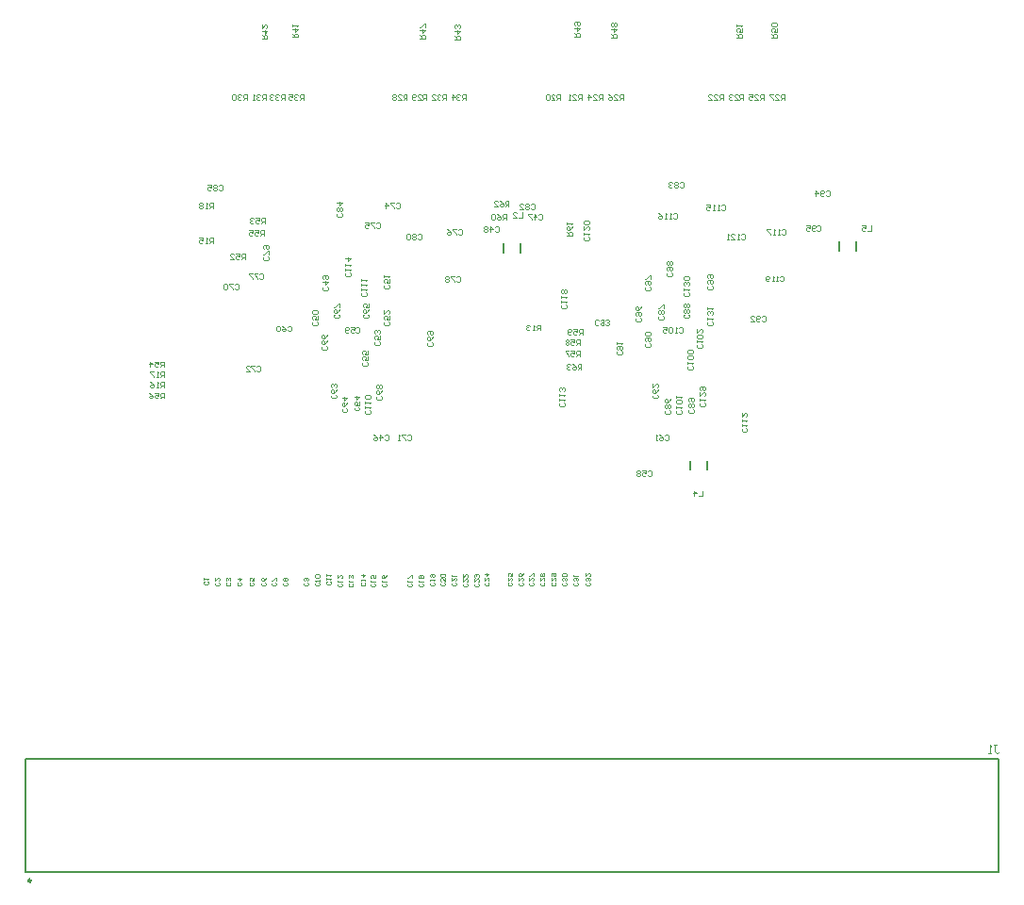
<source format=gbo>
%FSLAX25Y25*%
%MOIN*%
G70*
G01*
G75*
G04 Layer_Color=32896*
%ADD10C,0.00800*%
%ADD11R,0.10236X0.04331*%
%ADD12R,0.04331X0.10236*%
%ADD13R,0.06693X0.04528*%
%ADD14R,0.07087X0.07087*%
G04:AMPARAMS|DCode=15|XSize=19.69mil|YSize=23.62mil|CornerRadius=4.92mil|HoleSize=0mil|Usage=FLASHONLY|Rotation=90.000|XOffset=0mil|YOffset=0mil|HoleType=Round|Shape=RoundedRectangle|*
%AMROUNDEDRECTD15*
21,1,0.01969,0.01378,0,0,90.0*
21,1,0.00984,0.02362,0,0,90.0*
1,1,0.00984,0.00689,0.00492*
1,1,0.00984,0.00689,-0.00492*
1,1,0.00984,-0.00689,-0.00492*
1,1,0.00984,-0.00689,0.00492*
%
%ADD15ROUNDEDRECTD15*%
%ADD16R,0.04528X0.06693*%
%ADD17C,0.03937*%
%ADD18R,0.02362X0.02362*%
%ADD19C,0.01772*%
%ADD20R,0.47441X0.07874*%
%ADD21R,0.02362X0.02362*%
%ADD22R,0.02362X0.07087*%
G04:AMPARAMS|DCode=23|XSize=19.69mil|YSize=23.62mil|CornerRadius=4.92mil|HoleSize=0mil|Usage=FLASHONLY|Rotation=180.000|XOffset=0mil|YOffset=0mil|HoleType=Round|Shape=RoundedRectangle|*
%AMROUNDEDRECTD23*
21,1,0.01969,0.01378,0,0,180.0*
21,1,0.00984,0.02362,0,0,180.0*
1,1,0.00984,-0.00492,0.00689*
1,1,0.00984,0.00492,0.00689*
1,1,0.00984,0.00492,-0.00689*
1,1,0.00984,-0.00492,-0.00689*
%
%ADD23ROUNDEDRECTD23*%
%ADD24R,0.03740X0.01378*%
%ADD25R,0.01378X0.03740*%
%ADD26R,0.12992X0.12992*%
%ADD27R,0.04528X0.07087*%
%ADD28R,0.01969X0.07874*%
%ADD29R,0.14488X0.05000*%
%ADD30R,0.05512X0.03937*%
%ADD31R,0.03937X0.05512*%
%ADD32R,0.12992X0.12992*%
%ADD33R,0.05512X0.04331*%
%ADD34R,0.04331X0.05512*%
%ADD35C,0.00500*%
%ADD36C,0.01000*%
%ADD37C,0.01969*%
%ADD38C,0.01500*%
%ADD39C,0.01200*%
%ADD40C,0.00600*%
%ADD41C,0.02000*%
%ADD42C,0.03740*%
%ADD43R,0.07874X0.07874*%
%ADD44C,0.31496*%
%ADD45C,0.06496*%
%ADD46C,0.05800*%
%ADD47C,0.01940*%
%ADD48C,0.05000*%
%ADD49C,0.02598*%
%ADD50C,0.04000*%
%ADD51C,0.05740*%
%ADD52C,0.06134*%
%ADD53C,0.17000*%
%ADD54C,0.06600*%
%ADD55C,0.08102*%
%ADD56C,0.08000*%
%ADD57C,0.03969*%
%ADD58C,0.03000*%
%ADD59C,0.04800*%
%ADD60C,0.00394*%
%ADD61C,0.00400*%
%ADD62C,0.03299*%
%ADD63C,0.05000*%
%ADD64R,0.01600X0.08500*%
%ADD65R,0.71000X0.02000*%
%ADD66C,0.00984*%
%ADD67C,0.02362*%
%ADD68C,0.00787*%
%ADD69C,0.00591*%
%ADD70R,0.09095X0.09095*%
%ADD71R,0.09095X0.09095*%
%ADD72R,0.10436X0.04531*%
%ADD73R,0.04531X0.10436*%
%ADD74R,0.06893X0.04728*%
%ADD75R,0.07287X0.07287*%
G04:AMPARAMS|DCode=76|XSize=21.69mil|YSize=25.62mil|CornerRadius=5.42mil|HoleSize=0mil|Usage=FLASHONLY|Rotation=90.000|XOffset=0mil|YOffset=0mil|HoleType=Round|Shape=RoundedRectangle|*
%AMROUNDEDRECTD76*
21,1,0.02169,0.01478,0,0,90.0*
21,1,0.01084,0.02562,0,0,90.0*
1,1,0.01084,0.00739,0.00542*
1,1,0.01084,0.00739,-0.00542*
1,1,0.01084,-0.00739,-0.00542*
1,1,0.01084,-0.00739,0.00542*
%
%ADD76ROUNDEDRECTD76*%
%ADD77R,0.04728X0.06893*%
%ADD78C,0.07874*%
%ADD79R,0.02562X0.02562*%
%ADD80C,0.01972*%
%ADD81R,0.47241X0.07674*%
%ADD82R,0.02562X0.02562*%
%ADD83R,0.02562X0.07287*%
G04:AMPARAMS|DCode=84|XSize=21.69mil|YSize=25.62mil|CornerRadius=5.42mil|HoleSize=0mil|Usage=FLASHONLY|Rotation=180.000|XOffset=0mil|YOffset=0mil|HoleType=Round|Shape=RoundedRectangle|*
%AMROUNDEDRECTD84*
21,1,0.02169,0.01478,0,0,180.0*
21,1,0.01084,0.02562,0,0,180.0*
1,1,0.01084,-0.00542,0.00739*
1,1,0.01084,0.00542,0.00739*
1,1,0.01084,0.00542,-0.00739*
1,1,0.01084,-0.00542,-0.00739*
%
%ADD84ROUNDEDRECTD84*%
%ADD85R,0.03940X0.01578*%
%ADD86R,0.01578X0.03940*%
%ADD87R,0.13192X0.13192*%
%ADD88R,0.04728X0.07287*%
%ADD89R,0.02169X0.08074*%
%ADD90R,0.14688X0.05200*%
%ADD91R,0.05712X0.04137*%
%ADD92R,0.04137X0.05712*%
%ADD93R,0.13192X0.13192*%
%ADD94R,0.05712X0.04531*%
%ADD95R,0.04531X0.05712*%
%ADD96C,0.31696*%
%ADD97C,0.00200*%
%ADD98C,0.06696*%
%ADD99C,0.06000*%
%ADD100C,0.04137*%
%ADD101R,0.01800X0.08700*%
%ADD102R,0.71200X0.02200*%
D60*
X201575Y193701D02*
Y195669D01*
X200591D01*
X200263Y195341D01*
Y194685D01*
X200591Y194357D01*
X201575D01*
X200919D02*
X200263Y193701D01*
X198295Y195669D02*
X198951Y195341D01*
X199607Y194685D01*
Y194029D01*
X199279Y193701D01*
X198623D01*
X198295Y194029D01*
Y194357D01*
X198623Y194685D01*
X199607D01*
X197639Y195341D02*
X197311Y195669D01*
X196655D01*
X196327Y195341D01*
Y195013D01*
X196655Y194685D01*
X196983D01*
X196655D01*
X196327Y194357D01*
Y194029D01*
X196655Y193701D01*
X197311D01*
X197639Y194029D01*
X175916Y251413D02*
Y253380D01*
X174932D01*
X174604Y253052D01*
Y252396D01*
X174932Y252068D01*
X175916D01*
X175260D02*
X174604Y251413D01*
X172636Y253380D02*
X173292Y253052D01*
X173948Y252396D01*
Y251741D01*
X173620Y251413D01*
X172964D01*
X172636Y251741D01*
Y252068D01*
X172964Y252396D01*
X173948D01*
X170668Y251413D02*
X171980D01*
X170668Y252725D01*
Y253052D01*
X170996Y253380D01*
X171652D01*
X171980Y253052D01*
X196457Y240945D02*
X198424D01*
Y241929D01*
X198097Y242257D01*
X197441D01*
X197113Y241929D01*
Y240945D01*
Y241601D02*
X196457Y242257D01*
X198424Y244225D02*
X198097Y243569D01*
X197441Y242913D01*
X196785D01*
X196457Y243241D01*
Y243897D01*
X196785Y244225D01*
X197113D01*
X197441Y243897D01*
Y242913D01*
X196457Y244881D02*
Y245536D01*
Y245209D01*
X198424D01*
X198097Y244881D01*
X175128Y246688D02*
Y248656D01*
X174144D01*
X173816Y248328D01*
Y247672D01*
X174144Y247344D01*
X175128D01*
X174472D02*
X173816Y246688D01*
X171849Y248656D02*
X172504Y248328D01*
X173161Y247672D01*
Y247016D01*
X172833Y246688D01*
X172177D01*
X171849Y247016D01*
Y247344D01*
X172177Y247672D01*
X173161D01*
X171193Y248328D02*
X170865Y248656D01*
X170209D01*
X169881Y248328D01*
Y247016D01*
X170209Y246688D01*
X170865D01*
X171193Y247016D01*
Y248328D01*
X201969Y205906D02*
Y207873D01*
X200985D01*
X200657Y207545D01*
Y206889D01*
X200985Y206561D01*
X201969D01*
X201313D02*
X200657Y205906D01*
X198689Y207873D02*
X200001D01*
Y206889D01*
X199345Y207217D01*
X199017D01*
X198689Y206889D01*
Y206234D01*
X199017Y205906D01*
X199673D01*
X200001Y206234D01*
X198033D02*
X197705Y205906D01*
X197049D01*
X196721Y206234D01*
Y207545D01*
X197049Y207873D01*
X197705D01*
X198033Y207545D01*
Y207217D01*
X197705Y206889D01*
X196721D01*
X201181Y202362D02*
Y204330D01*
X200197D01*
X199869Y204002D01*
Y203346D01*
X200197Y203018D01*
X201181D01*
X200525D02*
X199869Y202362D01*
X197901Y204330D02*
X199213D01*
Y203346D01*
X198557Y203674D01*
X198229D01*
X197901Y203346D01*
Y202690D01*
X198229Y202362D01*
X198885D01*
X199213Y202690D01*
X197245Y204002D02*
X196917Y204330D01*
X196261D01*
X195933Y204002D01*
Y203674D01*
X196261Y203346D01*
X195933Y203018D01*
Y202690D01*
X196261Y202362D01*
X196917D01*
X197245Y202690D01*
Y203018D01*
X196917Y203346D01*
X197245Y203674D01*
Y204002D01*
X196917Y203346D02*
X196261D01*
X201181Y198425D02*
Y200393D01*
X200197D01*
X199869Y200065D01*
Y199409D01*
X200197Y199081D01*
X201181D01*
X200525D02*
X199869Y198425D01*
X197901Y200393D02*
X199213D01*
Y199409D01*
X198557Y199737D01*
X198229D01*
X197901Y199409D01*
Y198753D01*
X198229Y198425D01*
X198885D01*
X199213Y198753D01*
X197245Y200393D02*
X195933D01*
Y200065D01*
X197245Y198753D01*
Y198425D01*
X53937Y183465D02*
Y185432D01*
X52953D01*
X52625Y185105D01*
Y184449D01*
X52953Y184121D01*
X53937D01*
X53281D02*
X52625Y183465D01*
X50657Y185432D02*
X51969D01*
Y184449D01*
X51313Y184776D01*
X50985D01*
X50657Y184449D01*
Y183793D01*
X50985Y183465D01*
X51641D01*
X51969Y183793D01*
X48689Y185432D02*
X49345Y185105D01*
X50001Y184449D01*
Y183793D01*
X49673Y183465D01*
X49017D01*
X48689Y183793D01*
Y184121D01*
X49017Y184449D01*
X50001D01*
X89370Y240945D02*
Y242913D01*
X88386D01*
X88058Y242585D01*
Y241929D01*
X88386Y241601D01*
X89370D01*
X88714D02*
X88058Y240945D01*
X86090Y242913D02*
X87402D01*
Y241929D01*
X86746Y242257D01*
X86418D01*
X86090Y241929D01*
Y241273D01*
X86418Y240945D01*
X87074D01*
X87402Y241273D01*
X84123Y242913D02*
X85434D01*
Y241929D01*
X84778Y242257D01*
X84450D01*
X84123Y241929D01*
Y241273D01*
X84450Y240945D01*
X85106D01*
X85434Y241273D01*
X53937Y194488D02*
Y196456D01*
X52953D01*
X52625Y196128D01*
Y195472D01*
X52953Y195144D01*
X53937D01*
X53281D02*
X52625Y194488D01*
X50657Y196456D02*
X51969D01*
Y195472D01*
X51313Y195800D01*
X50985D01*
X50657Y195472D01*
Y194816D01*
X50985Y194488D01*
X51641D01*
X51969Y194816D01*
X49017Y194488D02*
Y196456D01*
X50001Y195472D01*
X48689D01*
X89764Y245276D02*
Y247243D01*
X88780D01*
X88452Y246916D01*
Y246259D01*
X88780Y245932D01*
X89764D01*
X89108D02*
X88452Y245276D01*
X86484Y247243D02*
X87796D01*
Y246259D01*
X87140Y246587D01*
X86812D01*
X86484Y246259D01*
Y245604D01*
X86812Y245276D01*
X87468D01*
X87796Y245604D01*
X85828Y246916D02*
X85500Y247243D01*
X84844D01*
X84516Y246916D01*
Y246587D01*
X84844Y246259D01*
X85172D01*
X84844D01*
X84516Y245932D01*
Y245604D01*
X84844Y245276D01*
X85500D01*
X85828Y245604D01*
X82677Y232677D02*
Y234645D01*
X81693D01*
X81365Y234317D01*
Y233661D01*
X81693Y233333D01*
X82677D01*
X82021D02*
X81365Y232677D01*
X79397Y234645D02*
X80709D01*
Y233661D01*
X80053Y233989D01*
X79725D01*
X79397Y233661D01*
Y233005D01*
X79725Y232677D01*
X80381D01*
X80709Y233005D01*
X77429Y232677D02*
X78741D01*
X77429Y233989D01*
Y234317D01*
X77758Y234645D01*
X78413D01*
X78741Y234317D01*
X53937Y190945D02*
Y192913D01*
X52953D01*
X52625Y192585D01*
Y191929D01*
X52953Y191601D01*
X53937D01*
X53281D02*
X52625Y190945D01*
X51969D02*
X51313D01*
X51641D01*
Y192913D01*
X51969Y192585D01*
X50329Y192913D02*
X49017D01*
Y192585D01*
X50329Y191273D01*
Y190945D01*
X53937Y187402D02*
Y189369D01*
X52953D01*
X52625Y189041D01*
Y188385D01*
X52953Y188057D01*
X53937D01*
X53281D02*
X52625Y187402D01*
X51969D02*
X51313D01*
X51641D01*
Y189369D01*
X51969Y189041D01*
X49017Y189369D02*
X49673Y189041D01*
X50329Y188385D01*
Y187730D01*
X50001Y187402D01*
X49345D01*
X49017Y187730D01*
Y188057D01*
X49345Y188385D01*
X50329D01*
X247703Y210761D02*
X248031Y210433D01*
Y209777D01*
X247703Y209449D01*
X246391D01*
X246063Y209777D01*
Y210433D01*
X246391Y210761D01*
X246063Y211417D02*
Y212073D01*
Y211745D01*
X248031D01*
X247703Y211417D01*
Y213057D02*
X248031Y213385D01*
Y214040D01*
X247703Y214369D01*
X247375D01*
X247047Y214040D01*
Y213713D01*
Y214040D01*
X246719Y214369D01*
X246391D01*
X246063Y214040D01*
Y213385D01*
X246391Y213057D01*
X246063Y215024D02*
Y215680D01*
Y215352D01*
X248031D01*
X247703Y215024D01*
X239435Y220997D02*
X239763Y220669D01*
Y220013D01*
X239435Y219685D01*
X238123D01*
X237795Y220013D01*
Y220669D01*
X238123Y220997D01*
X237795Y221653D02*
Y222309D01*
Y221981D01*
X239763D01*
X239435Y221653D01*
Y223293D02*
X239763Y223621D01*
Y224277D01*
X239435Y224605D01*
X239107D01*
X238779Y224277D01*
Y223949D01*
Y224277D01*
X238451Y224605D01*
X238123D01*
X237795Y224277D01*
Y223621D01*
X238123Y223293D01*
X239435Y225261D02*
X239763Y225589D01*
Y226245D01*
X239435Y226573D01*
X238123D01*
X237795Y226245D01*
Y225589D01*
X238123Y225261D01*
X239435D01*
X244947Y182021D02*
X245275Y181693D01*
Y181037D01*
X244947Y180709D01*
X243635D01*
X243307Y181037D01*
Y181693D01*
X243635Y182021D01*
X243307Y182676D02*
Y183333D01*
Y183004D01*
X245275D01*
X244947Y182676D01*
X243307Y185628D02*
Y184316D01*
X244619Y185628D01*
X244947D01*
X245275Y185300D01*
Y184644D01*
X244947Y184316D01*
X243635Y186284D02*
X243307Y186612D01*
Y187268D01*
X243635Y187596D01*
X244947D01*
X245275Y187268D01*
Y186612D01*
X244947Y186284D01*
X244619D01*
X244291Y186612D01*
Y187596D01*
X119750Y228084D02*
X120078Y227756D01*
Y227100D01*
X119750Y226772D01*
X118438D01*
X118110Y227100D01*
Y227756D01*
X118438Y228084D01*
X118110Y228740D02*
Y229396D01*
Y229067D01*
X120078D01*
X119750Y228740D01*
X118110Y230379D02*
Y231035D01*
Y230707D01*
X120078D01*
X119750Y230379D01*
X118110Y233003D02*
X120078D01*
X119094Y232019D01*
Y233331D01*
X125262Y220997D02*
X125590Y220669D01*
Y220013D01*
X125262Y219685D01*
X123950D01*
X123622Y220013D01*
Y220669D01*
X123950Y220997D01*
X123622Y221653D02*
Y222309D01*
Y221981D01*
X125590D01*
X125262Y221653D01*
X123622Y223293D02*
Y223949D01*
Y223621D01*
X125590D01*
X125262Y223293D01*
X123622Y224933D02*
Y225589D01*
Y225261D01*
X125590D01*
X125262Y224933D01*
X126837Y179265D02*
X127165Y178937D01*
Y178281D01*
X126837Y177953D01*
X125525D01*
X125197Y178281D01*
Y178937D01*
X125525Y179265D01*
X125197Y179921D02*
Y180577D01*
Y180249D01*
X127165D01*
X126837Y179921D01*
X125197Y181561D02*
Y182217D01*
Y181888D01*
X127165D01*
X126837Y181561D01*
Y183200D02*
X127165Y183528D01*
Y184184D01*
X126837Y184512D01*
X125525D01*
X125197Y184184D01*
Y183528D01*
X125525Y183200D01*
X126837D01*
X236679Y179265D02*
X237007Y178937D01*
Y178281D01*
X236679Y177953D01*
X235367D01*
X235039Y178281D01*
Y178937D01*
X235367Y179265D01*
X235039Y179921D02*
Y180577D01*
Y180249D01*
X237007D01*
X236679Y179921D01*
Y181561D02*
X237007Y181888D01*
Y182544D01*
X236679Y182872D01*
X235367D01*
X235039Y182544D01*
Y181888D01*
X235367Y181561D01*
X236679D01*
X235039Y183528D02*
Y184184D01*
Y183856D01*
X237007D01*
X236679Y183528D01*
X303937Y244488D02*
Y242520D01*
X302625D01*
X300657Y244488D02*
X301969D01*
Y243504D01*
X301313Y243832D01*
X300985D01*
X300657Y243504D01*
Y242848D01*
X300985Y242520D01*
X301641D01*
X301969Y242848D01*
X244488Y150787D02*
Y148819D01*
X243176D01*
X241536D02*
Y150787D01*
X242520Y149803D01*
X241208D01*
X180675Y249204D02*
Y247236D01*
X179363D01*
X177395D02*
X178707D01*
X177395Y248548D01*
Y248876D01*
X177723Y249204D01*
X178379D01*
X178707Y248876D01*
X258126Y241268D02*
X258454Y241596D01*
X259110D01*
X259438Y241268D01*
Y239956D01*
X259110Y239628D01*
X258454D01*
X258126Y239956D01*
X257470Y239628D02*
X256814D01*
X257142D01*
Y241596D01*
X257470Y241268D01*
X254519Y239628D02*
X255831D01*
X254519Y240940D01*
Y241268D01*
X254847Y241596D01*
X255503D01*
X255831Y241268D01*
X253863Y239628D02*
X253207D01*
X253535D01*
Y241596D01*
X253863Y241268D01*
X204002Y240682D02*
X204330Y240354D01*
Y239698D01*
X204002Y239370D01*
X202690D01*
X202362Y239698D01*
Y240354D01*
X202690Y240682D01*
X202362Y241338D02*
Y241994D01*
Y241666D01*
X204330D01*
X204002Y241338D01*
X202362Y244290D02*
Y242978D01*
X203674Y244290D01*
X204002D01*
X204330Y243962D01*
Y243306D01*
X204002Y242978D01*
Y244946D02*
X204330Y245274D01*
Y245930D01*
X204002Y246258D01*
X202690D01*
X202362Y245930D01*
Y245274D01*
X202690Y244946D01*
X204002D01*
X204472Y118380D02*
X204736Y118116D01*
Y117587D01*
X204472Y117323D01*
X203414D01*
X203150Y117587D01*
Y118116D01*
X203414Y118380D01*
X204472Y118909D02*
X204736Y119174D01*
Y119703D01*
X204472Y119967D01*
X204207D01*
X203943Y119703D01*
Y119438D01*
Y119703D01*
X203678Y119967D01*
X203414D01*
X203150Y119703D01*
Y119174D01*
X203414Y118909D01*
X203150Y121554D02*
Y120496D01*
X204207Y121554D01*
X204472D01*
X204736Y121289D01*
Y120760D01*
X204472Y120496D01*
X200141Y118380D02*
X200405Y118116D01*
Y117587D01*
X200141Y117323D01*
X199083D01*
X198819Y117587D01*
Y118116D01*
X199083Y118380D01*
X200141Y118909D02*
X200405Y119174D01*
Y119703D01*
X200141Y119967D01*
X199877D01*
X199612Y119703D01*
Y119438D01*
Y119703D01*
X199348Y119967D01*
X199083D01*
X198819Y119703D01*
Y119174D01*
X199083Y118909D01*
X198819Y120496D02*
Y121025D01*
Y120760D01*
X200405D01*
X200141Y120496D01*
X236090Y208333D02*
X236418Y208661D01*
X237074D01*
X237402Y208333D01*
Y207021D01*
X237074Y206693D01*
X236418D01*
X236090Y207021D01*
X235434Y206693D02*
X234778D01*
X235106D01*
Y208661D01*
X235434Y208333D01*
X233794D02*
X233466Y208661D01*
X232810D01*
X232482Y208333D01*
Y207021D01*
X232810Y206693D01*
X233466D01*
X233794Y207021D01*
Y208333D01*
X230514Y208661D02*
X231826D01*
Y207677D01*
X231170Y208005D01*
X230842D01*
X230514Y207677D01*
Y207021D01*
X230842Y206693D01*
X231498D01*
X231826Y207021D01*
X244160Y202493D02*
X244488Y202165D01*
Y201509D01*
X244160Y201181D01*
X242848D01*
X242520Y201509D01*
Y202165D01*
X242848Y202493D01*
X242520Y203149D02*
Y203805D01*
Y203477D01*
X244488D01*
X244160Y203149D01*
Y204789D02*
X244488Y205117D01*
Y205773D01*
X244160Y206101D01*
X242848D01*
X242520Y205773D01*
Y205117D01*
X242848Y204789D01*
X244160D01*
X242520Y208069D02*
Y206757D01*
X243832Y208069D01*
X244160D01*
X244488Y207741D01*
Y207085D01*
X244160Y206757D01*
X240616Y195013D02*
X240944Y194685D01*
Y194029D01*
X240616Y193701D01*
X239304D01*
X238976Y194029D01*
Y194685D01*
X239304Y195013D01*
X238976Y195669D02*
Y196325D01*
Y195997D01*
X240944D01*
X240616Y195669D01*
Y197309D02*
X240944Y197636D01*
Y198293D01*
X240616Y198620D01*
X239304D01*
X238976Y198293D01*
Y197636D01*
X239304Y197309D01*
X240616D01*
Y199276D02*
X240944Y199604D01*
Y200260D01*
X240616Y200588D01*
X239304D01*
X238976Y200260D01*
Y199604D01*
X239304Y199276D01*
X240616D01*
X247703Y223359D02*
X248031Y223031D01*
Y222375D01*
X247703Y222047D01*
X246391D01*
X246063Y222375D01*
Y223031D01*
X246391Y223359D01*
Y224015D02*
X246063Y224343D01*
Y224999D01*
X246391Y225327D01*
X247703D01*
X248031Y224999D01*
Y224343D01*
X247703Y224015D01*
X247375D01*
X247047Y224343D01*
Y225327D01*
X246391Y225983D02*
X246063Y226311D01*
Y226967D01*
X246391Y227295D01*
X247703D01*
X248031Y226967D01*
Y226311D01*
X247703Y225983D01*
X247375D01*
X247047Y226311D01*
Y227295D01*
X233530Y228084D02*
X233858Y227756D01*
Y227100D01*
X233530Y226772D01*
X232218D01*
X231890Y227100D01*
Y227756D01*
X232218Y228084D01*
Y228740D02*
X231890Y229067D01*
Y229723D01*
X232218Y230051D01*
X233530D01*
X233858Y229723D01*
Y229067D01*
X233530Y228740D01*
X233202D01*
X232874Y229067D01*
Y230051D01*
X233530Y230707D02*
X233858Y231035D01*
Y231691D01*
X233530Y232019D01*
X233202D01*
X232874Y231691D01*
X232546Y232019D01*
X232218D01*
X231890Y231691D01*
Y231035D01*
X232218Y230707D01*
X232546D01*
X232874Y231035D01*
X233202Y230707D01*
X233530D01*
X232874Y231035D02*
Y231691D01*
X225656Y222966D02*
X225984Y222638D01*
Y221982D01*
X225656Y221654D01*
X224344D01*
X224016Y221982D01*
Y222638D01*
X224344Y222966D01*
Y223621D02*
X224016Y223949D01*
Y224605D01*
X224344Y224933D01*
X225656D01*
X225984Y224605D01*
Y223949D01*
X225656Y223621D01*
X225328D01*
X225000Y223949D01*
Y224933D01*
X225984Y225589D02*
Y226901D01*
X225656D01*
X224344Y225589D01*
X224016D01*
X222506Y211942D02*
X222834Y211614D01*
Y210958D01*
X222506Y210630D01*
X221194D01*
X220866Y210958D01*
Y211614D01*
X221194Y211942D01*
Y212598D02*
X220866Y212926D01*
Y213582D01*
X221194Y213910D01*
X222506D01*
X222834Y213582D01*
Y212926D01*
X222506Y212598D01*
X222178D01*
X221850Y212926D01*
Y213910D01*
X222834Y215878D02*
X222506Y215222D01*
X221850Y214566D01*
X221194D01*
X220866Y214894D01*
Y215550D01*
X221194Y215878D01*
X221522D01*
X221850Y215550D01*
Y214566D01*
X284909Y244160D02*
X285237Y244488D01*
X285893D01*
X286221Y244160D01*
Y242848D01*
X285893Y242520D01*
X285237D01*
X284909Y242848D01*
X284253D02*
X283925Y242520D01*
X283269D01*
X282941Y242848D01*
Y244160D01*
X283269Y244488D01*
X283925D01*
X284253Y244160D01*
Y243832D01*
X283925Y243504D01*
X282941D01*
X280973Y244488D02*
X282285D01*
Y243504D01*
X281629Y243832D01*
X281301D01*
X280973Y243504D01*
Y242848D01*
X281301Y242520D01*
X281957D01*
X282285Y242848D01*
X288058Y256758D02*
X288386Y257086D01*
X289042D01*
X289370Y256758D01*
Y255446D01*
X289042Y255118D01*
X288386D01*
X288058Y255446D01*
X287402D02*
X287074Y255118D01*
X286418D01*
X286090Y255446D01*
Y256758D01*
X286418Y257086D01*
X287074D01*
X287402Y256758D01*
Y256430D01*
X287074Y256102D01*
X286090D01*
X284450Y255118D02*
Y257086D01*
X285434Y256102D01*
X284122D01*
X207611Y209777D02*
X207283Y209450D01*
X206627D01*
X206299Y209777D01*
Y211089D01*
X206627Y211417D01*
X207283D01*
X207611Y211089D01*
X208267D02*
X208595Y211417D01*
X209251D01*
X209579Y211089D01*
Y209777D01*
X209251Y209450D01*
X208595D01*
X208267Y209777D01*
Y210105D01*
X208595Y210433D01*
X209579D01*
X210235Y209777D02*
X210563Y209450D01*
X211219D01*
X211547Y209777D01*
Y210105D01*
X211219Y210433D01*
X210891D01*
X211219D01*
X211547Y210761D01*
Y211089D01*
X211219Y211417D01*
X210563D01*
X210235Y211089D01*
X265301Y212211D02*
X265629Y212539D01*
X266285D01*
X266613Y212211D01*
Y210899D01*
X266285Y210571D01*
X265629D01*
X265301Y210899D01*
X264645D02*
X264317Y210571D01*
X263661D01*
X263333Y210899D01*
Y212211D01*
X263661Y212539D01*
X264317D01*
X264645Y212211D01*
Y211883D01*
X264317Y211555D01*
X263333D01*
X261365Y210571D02*
X262677D01*
X261365Y211883D01*
Y212211D01*
X261693Y212539D01*
X262349D01*
X262677Y212211D01*
X215813Y200131D02*
X216141Y199803D01*
Y199147D01*
X215813Y198819D01*
X214501D01*
X214173Y199147D01*
Y199803D01*
X214501Y200131D01*
Y200787D02*
X214173Y201115D01*
Y201771D01*
X214501Y202099D01*
X215813D01*
X216141Y201771D01*
Y201115D01*
X215813Y200787D01*
X215485D01*
X215157Y201115D01*
Y202099D01*
X214173Y202755D02*
Y203411D01*
Y203083D01*
X216141D01*
X215813Y202755D01*
X225656Y202887D02*
X225984Y202559D01*
Y201903D01*
X225656Y201575D01*
X224344D01*
X224016Y201903D01*
Y202559D01*
X224344Y202887D01*
Y203543D02*
X224016Y203871D01*
Y204527D01*
X224344Y204855D01*
X225656D01*
X225984Y204527D01*
Y203871D01*
X225656Y203543D01*
X225328D01*
X225000Y203871D01*
Y204855D01*
X225656Y205510D02*
X225984Y205838D01*
Y206494D01*
X225656Y206822D01*
X224344D01*
X224016Y206494D01*
Y205838D01*
X224344Y205510D01*
X225656D01*
X241010Y179658D02*
X241338Y179330D01*
Y178674D01*
X241010Y178347D01*
X239698D01*
X239370Y178674D01*
Y179330D01*
X239698Y179658D01*
X241010Y180314D02*
X241338Y180642D01*
Y181298D01*
X241010Y181626D01*
X240682D01*
X240354Y181298D01*
X240026Y181626D01*
X239698D01*
X239370Y181298D01*
Y180642D01*
X239698Y180314D01*
X240026D01*
X240354Y180642D01*
X240682Y180314D01*
X241010D01*
X240354Y180642D02*
Y181298D01*
X239698Y182282D02*
X239370Y182610D01*
Y183266D01*
X239698Y183594D01*
X241010D01*
X241338Y183266D01*
Y182610D01*
X241010Y182282D01*
X240682D01*
X240354Y182610D01*
Y183594D01*
X239435Y213123D02*
X239763Y212795D01*
Y212139D01*
X239435Y211811D01*
X238123D01*
X237795Y212139D01*
Y212795D01*
X238123Y213123D01*
X239435Y213779D02*
X239763Y214107D01*
Y214763D01*
X239435Y215091D01*
X239107D01*
X238779Y214763D01*
X238451Y215091D01*
X238123D01*
X237795Y214763D01*
Y214107D01*
X238123Y213779D01*
X238451D01*
X238779Y214107D01*
X239107Y213779D01*
X239435D01*
X238779Y214107D02*
Y214763D01*
X239435Y215747D02*
X239763Y216075D01*
Y216731D01*
X239435Y217059D01*
X239107D01*
X238779Y216731D01*
X238451Y217059D01*
X238123D01*
X237795Y216731D01*
Y216075D01*
X238123Y215747D01*
X238451D01*
X238779Y216075D01*
X239107Y215747D01*
X239435D01*
X238779Y216075D02*
Y216731D01*
X230380Y212729D02*
X230708Y212401D01*
Y211745D01*
X230380Y211417D01*
X229068D01*
X228740Y211745D01*
Y212401D01*
X229068Y212729D01*
X230380Y213385D02*
X230708Y213713D01*
Y214369D01*
X230380Y214697D01*
X230052D01*
X229724Y214369D01*
X229396Y214697D01*
X229068D01*
X228740Y214369D01*
Y213713D01*
X229068Y213385D01*
X229396D01*
X229724Y213713D01*
X230052Y213385D01*
X230380D01*
X229724Y213713D02*
Y214369D01*
X230708Y215353D02*
Y216665D01*
X230380D01*
X229068Y215353D01*
X228740D01*
X232742Y179265D02*
X233070Y178937D01*
Y178281D01*
X232742Y177953D01*
X231430D01*
X231102Y178281D01*
Y178937D01*
X231430Y179265D01*
X232742Y179921D02*
X233070Y180249D01*
Y180904D01*
X232742Y181233D01*
X232414D01*
X232086Y180904D01*
X231758Y181233D01*
X231430D01*
X231102Y180904D01*
Y180249D01*
X231430Y179921D01*
X231758D01*
X232086Y180249D01*
X232414Y179921D01*
X232742D01*
X232086Y180249D02*
Y180904D01*
X233070Y183200D02*
X232742Y182544D01*
X232086Y181888D01*
X231430D01*
X231102Y182217D01*
Y182872D01*
X231430Y183200D01*
X231758D01*
X232086Y182872D01*
Y181888D01*
X143614Y241281D02*
X143942Y241609D01*
X144598D01*
X144926Y241281D01*
Y239969D01*
X144598Y239641D01*
X143942D01*
X143614Y239969D01*
X142958Y241281D02*
X142630Y241609D01*
X141974D01*
X141646Y241281D01*
Y240953D01*
X141974Y240625D01*
X141646Y240297D01*
Y239969D01*
X141974Y239641D01*
X142630D01*
X142958Y239969D01*
Y240297D01*
X142630Y240625D01*
X142958Y240953D01*
Y241281D01*
X142630Y240625D02*
X141974D01*
X140990Y241281D02*
X140662Y241609D01*
X140006D01*
X139678Y241281D01*
Y239969D01*
X140006Y239641D01*
X140662D01*
X140990Y239969D01*
Y241281D01*
X90616Y233595D02*
X90944Y233267D01*
Y232611D01*
X90616Y232283D01*
X89304D01*
X88976Y232611D01*
Y233267D01*
X89304Y233595D01*
X90944Y234251D02*
Y235563D01*
X90616D01*
X89304Y234251D01*
X88976D01*
X89304Y236219D02*
X88976Y236547D01*
Y237203D01*
X89304Y237531D01*
X90616D01*
X90944Y237203D01*
Y236547D01*
X90616Y236219D01*
X90288D01*
X89960Y236547D01*
Y237531D01*
X78939Y223688D02*
X79267Y224015D01*
X79923D01*
X80251Y223688D01*
Y222376D01*
X79923Y222048D01*
X79267D01*
X78939Y222376D01*
X78283Y224015D02*
X76971D01*
Y223688D01*
X78283Y222376D01*
Y222048D01*
X76315Y223688D02*
X75987Y224015D01*
X75331D01*
X75003Y223688D01*
Y222376D01*
X75331Y222048D01*
X75987D01*
X76315Y222376D01*
Y223688D01*
X148884Y203280D02*
X149212Y202952D01*
Y202296D01*
X148884Y201969D01*
X147572D01*
X147244Y202296D01*
Y202952D01*
X147572Y203280D01*
X149212Y205248D02*
X148884Y204592D01*
X148228Y203936D01*
X147572D01*
X147244Y204264D01*
Y204920D01*
X147572Y205248D01*
X147900D01*
X148228Y204920D01*
Y203936D01*
X147572Y205904D02*
X147244Y206232D01*
Y206888D01*
X147572Y207216D01*
X148884D01*
X149212Y206888D01*
Y206232D01*
X148884Y205904D01*
X148556D01*
X148228Y206232D01*
Y207216D01*
X130774Y184383D02*
X131102Y184055D01*
Y183399D01*
X130774Y183071D01*
X129462D01*
X129134Y183399D01*
Y184055D01*
X129462Y184383D01*
X131102Y186351D02*
X130774Y185695D01*
X130118Y185039D01*
X129462D01*
X129134Y185367D01*
Y186023D01*
X129462Y186351D01*
X129790D01*
X130118Y186023D01*
Y185039D01*
X130774Y187007D02*
X131102Y187335D01*
Y187990D01*
X130774Y188319D01*
X130446D01*
X130118Y187990D01*
X129790Y188319D01*
X129462D01*
X129134Y187990D01*
Y187335D01*
X129462Y187007D01*
X129790D01*
X130118Y187335D01*
X130446Y187007D01*
X130774D01*
X130118Y187335D02*
Y187990D01*
X115813Y213123D02*
X116141Y212795D01*
Y212139D01*
X115813Y211811D01*
X114501D01*
X114173Y212139D01*
Y212795D01*
X114501Y213123D01*
X116141Y215091D02*
X115813Y214435D01*
X115157Y213779D01*
X114501D01*
X114173Y214107D01*
Y214763D01*
X114501Y215091D01*
X114829D01*
X115157Y214763D01*
Y213779D01*
X116141Y215747D02*
Y217059D01*
X115813D01*
X114501Y215747D01*
X114173D01*
X111482Y202099D02*
X111810Y201771D01*
Y201115D01*
X111482Y200787D01*
X110170D01*
X109843Y201115D01*
Y201771D01*
X110170Y202099D01*
X111810Y204067D02*
X111482Y203411D01*
X110826Y202755D01*
X110170D01*
X109843Y203083D01*
Y203739D01*
X110170Y204067D01*
X110498D01*
X110826Y203739D01*
Y202755D01*
X111810Y206035D02*
X111482Y205379D01*
X110826Y204723D01*
X110170D01*
X109843Y205051D01*
Y205707D01*
X110170Y206035D01*
X110498D01*
X110826Y205707D01*
Y204723D01*
X126049Y213123D02*
X126377Y212795D01*
Y212139D01*
X126049Y211811D01*
X124737D01*
X124409Y212139D01*
Y212795D01*
X124737Y213123D01*
X126377Y215091D02*
X126049Y214435D01*
X125393Y213779D01*
X124737D01*
X124409Y214107D01*
Y214763D01*
X124737Y215091D01*
X125065D01*
X125393Y214763D01*
Y213779D01*
X126377Y217059D02*
Y215747D01*
X125393D01*
X125721Y216403D01*
Y216731D01*
X125393Y217059D01*
X124737D01*
X124409Y216731D01*
Y216075D01*
X124737Y215747D01*
X118569Y180052D02*
X118897Y179724D01*
Y179068D01*
X118569Y178740D01*
X117257D01*
X116929Y179068D01*
Y179724D01*
X117257Y180052D01*
X118897Y182020D02*
X118569Y181364D01*
X117913Y180708D01*
X117257D01*
X116929Y181036D01*
Y181692D01*
X117257Y182020D01*
X117585D01*
X117913Y181692D01*
Y180708D01*
X116929Y183660D02*
X118897D01*
X117913Y182676D01*
Y183988D01*
X114632Y184776D02*
X114960Y184449D01*
Y183793D01*
X114632Y183465D01*
X113320D01*
X112992Y183793D01*
Y184449D01*
X113320Y184776D01*
X114960Y186744D02*
X114632Y186088D01*
X113976Y185432D01*
X113320D01*
X112992Y185760D01*
Y186416D01*
X113320Y186744D01*
X113648D01*
X113976Y186416D01*
Y185432D01*
X114632Y187400D02*
X114960Y187728D01*
Y188384D01*
X114632Y188712D01*
X114304D01*
X113976Y188384D01*
Y188056D01*
Y188384D01*
X113648Y188712D01*
X113320D01*
X112992Y188384D01*
Y187728D01*
X113320Y187400D01*
X228412Y184776D02*
X228740Y184449D01*
Y183793D01*
X228412Y183465D01*
X227100D01*
X226772Y183793D01*
Y184449D01*
X227100Y184776D01*
X228740Y186744D02*
X228412Y186088D01*
X227756Y185432D01*
X227100D01*
X226772Y185760D01*
Y186416D01*
X227100Y186744D01*
X227428D01*
X227756Y186416D01*
Y185432D01*
X226772Y188712D02*
Y187400D01*
X228084Y188712D01*
X228412D01*
X228740Y188384D01*
Y187728D01*
X228412Y187400D01*
X231202Y170374D02*
X231530Y170702D01*
X232186D01*
X232514Y170374D01*
Y169062D01*
X232186Y168734D01*
X231530D01*
X231202Y169062D01*
X229234Y170702D02*
X229890Y170374D01*
X230546Y169718D01*
Y169062D01*
X230218Y168734D01*
X229562D01*
X229234Y169062D01*
Y169390D01*
X229562Y169718D01*
X230546D01*
X228578Y168734D02*
X227922D01*
X228250D01*
Y170702D01*
X228578Y170374D01*
X97628Y208775D02*
X97956Y209103D01*
X98612D01*
X98940Y208775D01*
Y207463D01*
X98612Y207135D01*
X97956D01*
X97628Y207463D01*
X95660Y209103D02*
X96316Y208775D01*
X96972Y208119D01*
Y207463D01*
X96644Y207135D01*
X95988D01*
X95660Y207463D01*
Y207791D01*
X95988Y208119D01*
X96972D01*
X95004Y208775D02*
X94676Y209103D01*
X94020D01*
X93692Y208775D01*
Y207463D01*
X94020Y207135D01*
X94676D01*
X95004Y207463D01*
Y208775D01*
X121916Y208333D02*
X122244Y208661D01*
X122900D01*
X123228Y208333D01*
Y207021D01*
X122900Y206693D01*
X122244D01*
X121916Y207021D01*
X119949Y208661D02*
X121260D01*
Y207677D01*
X120605Y208005D01*
X120277D01*
X119949Y207677D01*
Y207021D01*
X120277Y206693D01*
X120932D01*
X121260Y207021D01*
X119293D02*
X118965Y206693D01*
X118309D01*
X117981Y207021D01*
Y208333D01*
X118309Y208661D01*
X118965D01*
X119293Y208333D01*
Y208005D01*
X118965Y207677D01*
X117981D01*
X225066Y157545D02*
X225394Y157873D01*
X226050D01*
X226378Y157545D01*
Y156234D01*
X226050Y155905D01*
X225394D01*
X225066Y156234D01*
X223098Y157873D02*
X224410D01*
Y156889D01*
X223754Y157217D01*
X223426D01*
X223098Y156889D01*
Y156234D01*
X223426Y155905D01*
X224082D01*
X224410Y156234D01*
X222442Y157545D02*
X222114Y157873D01*
X221458D01*
X221130Y157545D01*
Y157217D01*
X221458Y156889D01*
X221130Y156562D01*
Y156234D01*
X221458Y155905D01*
X222114D01*
X222442Y156234D01*
Y156562D01*
X222114Y156889D01*
X222442Y157217D01*
Y157545D01*
X222114Y156889D02*
X221458D01*
X125656Y196194D02*
X125984Y195866D01*
Y195210D01*
X125656Y194882D01*
X124344D01*
X124016Y195210D01*
Y195866D01*
X124344Y196194D01*
X125984Y198162D02*
Y196850D01*
X125000D01*
X125328Y197506D01*
Y197834D01*
X125000Y198162D01*
X124344D01*
X124016Y197834D01*
Y197178D01*
X124344Y196850D01*
X125984Y200130D02*
Y198818D01*
X125000D01*
X125328Y199474D01*
Y199802D01*
X125000Y200130D01*
X124344D01*
X124016Y199802D01*
Y199146D01*
X124344Y198818D01*
X122900Y180446D02*
X123228Y180118D01*
Y179462D01*
X122900Y179134D01*
X121588D01*
X121260Y179462D01*
Y180118D01*
X121588Y180446D01*
X123228Y182414D02*
Y181102D01*
X122244D01*
X122572Y181758D01*
Y182086D01*
X122244Y182414D01*
X121588D01*
X121260Y182086D01*
Y181430D01*
X121588Y181102D01*
X121260Y184054D02*
X123228D01*
X122244Y183070D01*
Y184381D01*
X129986Y203674D02*
X130314Y203346D01*
Y202690D01*
X129986Y202362D01*
X128674D01*
X128347Y202690D01*
Y203346D01*
X128674Y203674D01*
X130314Y205642D02*
Y204330D01*
X129330D01*
X129658Y204986D01*
Y205314D01*
X129330Y205642D01*
X128674D01*
X128347Y205314D01*
Y204658D01*
X128674Y204330D01*
X129986Y206298D02*
X130314Y206626D01*
Y207282D01*
X129986Y207610D01*
X129658D01*
X129330Y207282D01*
Y206954D01*
Y207282D01*
X129002Y207610D01*
X128674D01*
X128347Y207282D01*
Y206626D01*
X128674Y206298D01*
X133530Y210761D02*
X133858Y210433D01*
Y209777D01*
X133530Y209449D01*
X132218D01*
X131890Y209777D01*
Y210433D01*
X132218Y210761D01*
X133858Y212729D02*
Y211417D01*
X132874D01*
X133202Y212073D01*
Y212401D01*
X132874Y212729D01*
X132218D01*
X131890Y212401D01*
Y211745D01*
X132218Y211417D01*
X131890Y214697D02*
Y213385D01*
X133202Y214697D01*
X133530D01*
X133858Y214369D01*
Y213713D01*
X133530Y213385D01*
Y223753D02*
X133858Y223425D01*
Y222769D01*
X133530Y222441D01*
X132218D01*
X131890Y222769D01*
Y223425D01*
X132218Y223753D01*
X133858Y225721D02*
Y224409D01*
X132874D01*
X133202Y225065D01*
Y225393D01*
X132874Y225721D01*
X132218D01*
X131890Y225393D01*
Y224737D01*
X132218Y224409D01*
X131890Y226377D02*
Y227033D01*
Y226705D01*
X133858D01*
X133530Y226377D01*
X107939Y210761D02*
X108267Y210433D01*
Y209777D01*
X107939Y209449D01*
X106627D01*
X106299Y209777D01*
Y210433D01*
X106627Y210761D01*
X108267Y212729D02*
Y211417D01*
X107283D01*
X107611Y212073D01*
Y212401D01*
X107283Y212729D01*
X106627D01*
X106299Y212401D01*
Y211745D01*
X106627Y211417D01*
X107939Y213385D02*
X108267Y213713D01*
Y214369D01*
X107939Y214697D01*
X106627D01*
X106299Y214369D01*
Y213713D01*
X106627Y213385D01*
X107939D01*
X111876Y222966D02*
X112204Y222638D01*
Y221982D01*
X111876Y221654D01*
X110564D01*
X110236Y221982D01*
Y222638D01*
X110564Y222966D01*
X110236Y224605D02*
X112204D01*
X111220Y223621D01*
Y224933D01*
X110564Y225589D02*
X110236Y225917D01*
Y226573D01*
X110564Y226901D01*
X111876D01*
X112204Y226573D01*
Y225917D01*
X111876Y225589D01*
X111548D01*
X111220Y225917D01*
Y226901D01*
X170963Y243876D02*
X171291Y244204D01*
X171947D01*
X172275Y243876D01*
Y242564D01*
X171947Y242236D01*
X171291D01*
X170963Y242564D01*
X169323Y242236D02*
Y244204D01*
X170307Y243220D01*
X168995D01*
X168340Y243876D02*
X168011Y244204D01*
X167356D01*
X167028Y243876D01*
Y243548D01*
X167356Y243220D01*
X167028Y242892D01*
Y242564D01*
X167356Y242236D01*
X168011D01*
X168340Y242564D01*
Y242892D01*
X168011Y243220D01*
X168340Y243548D01*
Y243876D01*
X168011Y243220D02*
X167356D01*
X186563Y248176D02*
X186891Y248504D01*
X187547D01*
X187875Y248176D01*
Y246864D01*
X187547Y246536D01*
X186891D01*
X186563Y246864D01*
X184923Y246536D02*
Y248504D01*
X185907Y247520D01*
X184595D01*
X183940Y248504D02*
X182628D01*
Y248176D01*
X183940Y246864D01*
Y246536D01*
X132153Y170144D02*
X132481Y170472D01*
X133137D01*
X133465Y170144D01*
Y168832D01*
X133137Y168504D01*
X132481D01*
X132153Y168832D01*
X130513Y168504D02*
Y170472D01*
X131497Y169488D01*
X130185D01*
X128217Y170472D02*
X128873Y170144D01*
X129529Y169488D01*
Y168832D01*
X129201Y168504D01*
X128545D01*
X128217Y168832D01*
Y169160D01*
X128545Y169488D01*
X129529D01*
X256299Y311024D02*
X258267D01*
Y312007D01*
X257939Y312335D01*
X257283D01*
X256955Y312007D01*
Y311024D01*
Y311680D02*
X256299Y312335D01*
X258267Y314303D02*
Y312991D01*
X257283D01*
X257611Y313647D01*
Y313975D01*
X257283Y314303D01*
X256627D01*
X256299Y313975D01*
Y313319D01*
X256627Y312991D01*
X256299Y314959D02*
Y315615D01*
Y315287D01*
X258267D01*
X257939Y314959D01*
X268898Y311024D02*
X270866D01*
Y312007D01*
X270537Y312335D01*
X269882D01*
X269554Y312007D01*
Y311024D01*
Y311680D02*
X268898Y312335D01*
X270866Y314303D02*
Y312991D01*
X269882D01*
X270210Y313647D01*
Y313975D01*
X269882Y314303D01*
X269226D01*
X268898Y313975D01*
Y313319D01*
X269226Y312991D01*
X270537Y314959D02*
X270866Y315287D01*
Y315943D01*
X270537Y316271D01*
X269226D01*
X268898Y315943D01*
Y315287D01*
X269226Y314959D01*
X270537D01*
X199213Y311417D02*
X201181D01*
Y312401D01*
X200852Y312729D01*
X200197D01*
X199869Y312401D01*
Y311417D01*
Y312073D02*
X199213Y312729D01*
Y314369D02*
X201181D01*
X200197Y313385D01*
Y314697D01*
X199541Y315353D02*
X199213Y315681D01*
Y316337D01*
X199541Y316665D01*
X200852D01*
X201181Y316337D01*
Y315681D01*
X200852Y315353D01*
X200524D01*
X200197Y315681D01*
Y316665D01*
X212205Y311024D02*
X214173D01*
Y312007D01*
X213845Y312335D01*
X213189D01*
X212861Y312007D01*
Y311024D01*
Y311680D02*
X212205Y312335D01*
Y313975D02*
X214173D01*
X213189Y312991D01*
Y314303D01*
X213845Y314959D02*
X214173Y315287D01*
Y315943D01*
X213845Y316271D01*
X213517D01*
X213189Y315943D01*
X212861Y316271D01*
X212533D01*
X212205Y315943D01*
Y315287D01*
X212533Y314959D01*
X212861D01*
X213189Y315287D01*
X213517Y314959D01*
X213845D01*
X213189Y315287D02*
Y315943D01*
X144488Y310630D02*
X146456D01*
Y311614D01*
X146128Y311942D01*
X145472D01*
X145144Y311614D01*
Y310630D01*
Y311286D02*
X144488Y311942D01*
Y313582D02*
X146456D01*
X145472Y312598D01*
Y313910D01*
X146456Y314566D02*
Y315878D01*
X146128D01*
X144816Y314566D01*
X144488D01*
X156693Y310236D02*
X158661D01*
Y311220D01*
X158333Y311548D01*
X157677D01*
X157349Y311220D01*
Y310236D01*
Y310892D02*
X156693Y311548D01*
Y313188D02*
X158661D01*
X157677Y312204D01*
Y313516D01*
X158333Y314172D02*
X158661Y314500D01*
Y315156D01*
X158333Y315484D01*
X158005D01*
X157677Y315156D01*
Y314828D01*
Y315156D01*
X157349Y315484D01*
X157021D01*
X156693Y315156D01*
Y314500D01*
X157021Y314172D01*
X88601Y310482D02*
X90569D01*
Y311466D01*
X90241Y311794D01*
X89585D01*
X89257Y311466D01*
Y310482D01*
Y311138D02*
X88601Y311794D01*
Y313434D02*
X90569D01*
X89585Y312450D01*
Y313762D01*
X88601Y315729D02*
Y314418D01*
X89913Y315729D01*
X90241D01*
X90569Y315402D01*
Y314746D01*
X90241Y314418D01*
X99523Y311133D02*
X101491D01*
Y312117D01*
X101163Y312445D01*
X100507D01*
X100179Y312117D01*
Y311133D01*
Y311789D02*
X99523Y312445D01*
Y314085D02*
X101491D01*
X100507Y313101D01*
Y314413D01*
X99523Y315069D02*
Y315725D01*
Y315397D01*
X101491D01*
X101163Y315069D01*
X69422Y118766D02*
X69684Y118504D01*
Y117979D01*
X69422Y117717D01*
X68373D01*
X68110Y117979D01*
Y118504D01*
X68373Y118766D01*
X68110Y119291D02*
Y119816D01*
Y119553D01*
X69684D01*
X69422Y119291D01*
X73359Y118372D02*
X73621Y118110D01*
Y117585D01*
X73359Y117323D01*
X72310D01*
X72047Y117585D01*
Y118110D01*
X72310Y118372D01*
X72047Y119947D02*
Y118897D01*
X73097Y119947D01*
X73359D01*
X73621Y119684D01*
Y119159D01*
X73359Y118897D01*
X77296Y118372D02*
X77558Y118110D01*
Y117585D01*
X77296Y117323D01*
X76247D01*
X75984Y117585D01*
Y118110D01*
X76247Y118372D01*
X77296Y118897D02*
X77558Y119159D01*
Y119684D01*
X77296Y119947D01*
X77034D01*
X76771Y119684D01*
Y119422D01*
Y119684D01*
X76509Y119947D01*
X76247D01*
X75984Y119684D01*
Y119159D01*
X76247Y118897D01*
X81233Y118372D02*
X81496Y118110D01*
Y117585D01*
X81233Y117323D01*
X80184D01*
X79921Y117585D01*
Y118110D01*
X80184Y118372D01*
X79921Y119684D02*
X81496D01*
X80708Y118897D01*
Y119947D01*
X85564Y118372D02*
X85826Y118110D01*
Y117585D01*
X85564Y117323D01*
X84514D01*
X84252Y117585D01*
Y118110D01*
X84514Y118372D01*
X85826Y119947D02*
Y118897D01*
X85039D01*
X85302Y119422D01*
Y119684D01*
X85039Y119947D01*
X84514D01*
X84252Y119684D01*
Y119159D01*
X84514Y118897D01*
X89895Y118372D02*
X90157Y118110D01*
Y117585D01*
X89895Y117323D01*
X88845D01*
X88583Y117585D01*
Y118110D01*
X88845Y118372D01*
X90157Y119947D02*
X89895Y119422D01*
X89370Y118897D01*
X88845D01*
X88583Y119159D01*
Y119684D01*
X88845Y119947D01*
X89107D01*
X89370Y119684D01*
Y118897D01*
X93438Y118372D02*
X93700Y118110D01*
Y117585D01*
X93438Y117323D01*
X92388D01*
X92126Y117585D01*
Y118110D01*
X92388Y118372D01*
X93700Y118897D02*
Y119947D01*
X93438D01*
X92388Y118897D01*
X92126D01*
X97375Y118372D02*
X97637Y118110D01*
Y117585D01*
X97375Y117323D01*
X96325D01*
X96063Y117585D01*
Y118110D01*
X96325Y118372D01*
X97375Y118897D02*
X97637Y119159D01*
Y119684D01*
X97375Y119947D01*
X97113D01*
X96850Y119684D01*
X96588Y119947D01*
X96325D01*
X96063Y119684D01*
Y119159D01*
X96325Y118897D01*
X96588D01*
X96850Y119159D01*
X97113Y118897D01*
X97375D01*
X96850Y119159D02*
Y119684D01*
X104855Y118372D02*
X105118Y118110D01*
Y117585D01*
X104855Y117323D01*
X103806D01*
X103543Y117585D01*
Y118110D01*
X103806Y118372D01*
Y118897D02*
X103543Y119159D01*
Y119684D01*
X103806Y119947D01*
X104855D01*
X105118Y119684D01*
Y119159D01*
X104855Y118897D01*
X104593D01*
X104331Y119159D01*
Y119947D01*
X107688Y118249D02*
X107426Y117987D01*
Y117462D01*
X107688Y117200D01*
X108738D01*
X109000Y117462D01*
Y117987D01*
X108738Y118249D01*
X109000Y118774D02*
Y119299D01*
Y119037D01*
X107426D01*
X107688Y118774D01*
Y120086D02*
X107426Y120349D01*
Y120873D01*
X107688Y121136D01*
X108738D01*
X109000Y120873D01*
Y120349D01*
X108738Y120086D01*
X107688D01*
X112729Y118766D02*
X112992Y118504D01*
Y117979D01*
X112729Y117717D01*
X111680D01*
X111417Y117979D01*
Y118504D01*
X111680Y118766D01*
X111417Y119291D02*
Y119816D01*
Y119553D01*
X112992D01*
X112729Y119291D01*
X111417Y120603D02*
Y121127D01*
Y120865D01*
X112992D01*
X112729Y120603D01*
X116666Y117979D02*
X116929Y117716D01*
Y117192D01*
X116666Y116929D01*
X115617D01*
X115354Y117192D01*
Y117716D01*
X115617Y117979D01*
X115354Y118503D02*
Y119028D01*
Y118766D01*
X116929D01*
X116666Y118503D01*
X115354Y120865D02*
Y119815D01*
X116404Y120865D01*
X116666D01*
X116929Y120603D01*
Y120078D01*
X116666Y119815D01*
X120603Y117979D02*
X120866Y117716D01*
Y117192D01*
X120603Y116929D01*
X119554D01*
X119291Y117192D01*
Y117716D01*
X119554Y117979D01*
X119291Y118503D02*
Y119028D01*
Y118766D01*
X120866D01*
X120603Y118503D01*
Y119815D02*
X120866Y120078D01*
Y120603D01*
X120603Y120865D01*
X120341D01*
X120079Y120603D01*
Y120340D01*
Y120603D01*
X119816Y120865D01*
X119554D01*
X119291Y120603D01*
Y120078D01*
X119554Y119815D01*
X124934Y118372D02*
X125196Y118110D01*
Y117585D01*
X124934Y117323D01*
X123884D01*
X123622Y117585D01*
Y118110D01*
X123884Y118372D01*
X123622Y118897D02*
Y119422D01*
Y119159D01*
X125196D01*
X124934Y118897D01*
X123622Y120996D02*
X125196D01*
X124409Y120209D01*
Y121259D01*
X128477Y117979D02*
X128740Y117716D01*
Y117192D01*
X128477Y116929D01*
X127428D01*
X127165Y117192D01*
Y117716D01*
X127428Y117979D01*
X127165Y118503D02*
Y119028D01*
Y118766D01*
X128740D01*
X128477Y118503D01*
X128740Y120865D02*
Y119815D01*
X127953D01*
X128215Y120340D01*
Y120603D01*
X127953Y120865D01*
X127428D01*
X127165Y120603D01*
Y120078D01*
X127428Y119815D01*
X132414Y117979D02*
X132677Y117716D01*
Y117192D01*
X132414Y116929D01*
X131365D01*
X131102Y117192D01*
Y117716D01*
X131365Y117979D01*
X131102Y118503D02*
Y119028D01*
Y118766D01*
X132677D01*
X132414Y118503D01*
X132677Y120865D02*
X132414Y120340D01*
X131889Y119815D01*
X131365D01*
X131102Y120078D01*
Y120603D01*
X131365Y120865D01*
X131627D01*
X131889Y120603D01*
Y119815D01*
X141469Y117979D02*
X141732Y117716D01*
Y117192D01*
X141469Y116929D01*
X140420D01*
X140157Y117192D01*
Y117716D01*
X140420Y117979D01*
X140157Y118503D02*
Y119028D01*
Y118766D01*
X141732D01*
X141469Y118503D01*
X141732Y119815D02*
Y120865D01*
X141469D01*
X140420Y119815D01*
X140157D01*
X145406Y117979D02*
X145669Y117716D01*
Y117192D01*
X145406Y116929D01*
X144357D01*
X144095Y117192D01*
Y117716D01*
X144357Y117979D01*
X144095Y118503D02*
Y119028D01*
Y118766D01*
X145669D01*
X145406Y118503D01*
Y119815D02*
X145669Y120078D01*
Y120603D01*
X145406Y120865D01*
X145144D01*
X144882Y120603D01*
X144619Y120865D01*
X144357D01*
X144095Y120603D01*
Y120078D01*
X144357Y119815D01*
X144619D01*
X144882Y120078D01*
X145144Y119815D01*
X145406D01*
X144882Y120078D02*
Y120603D01*
X149343Y118372D02*
X149606Y118110D01*
Y117585D01*
X149343Y117323D01*
X148294D01*
X148031Y117585D01*
Y118110D01*
X148294Y118372D01*
X148031Y118897D02*
Y119422D01*
Y119159D01*
X149606D01*
X149343Y118897D01*
X148294Y120209D02*
X148031Y120471D01*
Y120996D01*
X148294Y121259D01*
X149343D01*
X149606Y120996D01*
Y120471D01*
X149343Y120209D01*
X149081D01*
X148819Y120471D01*
Y121259D01*
X152088Y118249D02*
X151826Y117987D01*
Y117462D01*
X152088Y117200D01*
X153138D01*
X153400Y117462D01*
Y117987D01*
X153138Y118249D01*
X153400Y119824D02*
Y118774D01*
X152350Y119824D01*
X152088D01*
X151826Y119561D01*
Y119037D01*
X152088Y118774D01*
Y120349D02*
X151826Y120611D01*
Y121136D01*
X152088Y121398D01*
X153138D01*
X153400Y121136D01*
Y120611D01*
X153138Y120349D01*
X152088D01*
X157217Y118372D02*
X157480Y118110D01*
Y117585D01*
X157217Y117323D01*
X156168D01*
X155905Y117585D01*
Y118110D01*
X156168Y118372D01*
X155905Y119947D02*
Y118897D01*
X156955Y119947D01*
X157217D01*
X157480Y119684D01*
Y119159D01*
X157217Y118897D01*
X155905Y120471D02*
Y120996D01*
Y120734D01*
X157480D01*
X157217Y120471D01*
X161154Y117979D02*
X161417Y117716D01*
Y117192D01*
X161154Y116929D01*
X160105D01*
X159843Y117192D01*
Y117716D01*
X160105Y117979D01*
X159843Y119553D02*
Y118503D01*
X160892Y119553D01*
X161154D01*
X161417Y119291D01*
Y118766D01*
X161154Y118503D01*
X159843Y121127D02*
Y120078D01*
X160892Y121127D01*
X161154D01*
X161417Y120865D01*
Y120340D01*
X161154Y120078D01*
X165091Y117979D02*
X165354Y117716D01*
Y117192D01*
X165091Y116929D01*
X164042D01*
X163779Y117192D01*
Y117716D01*
X164042Y117979D01*
X163779Y119553D02*
Y118503D01*
X164829Y119553D01*
X165091D01*
X165354Y119291D01*
Y118766D01*
X165091Y118503D01*
Y120078D02*
X165354Y120340D01*
Y120865D01*
X165091Y121127D01*
X164829D01*
X164567Y120865D01*
Y120603D01*
Y120865D01*
X164304Y121127D01*
X164042D01*
X163779Y120865D01*
Y120340D01*
X164042Y120078D01*
X168635Y118372D02*
X168897Y118110D01*
Y117585D01*
X168635Y117323D01*
X167585D01*
X167323Y117585D01*
Y118110D01*
X167585Y118372D01*
X167323Y119947D02*
Y118897D01*
X168372Y119947D01*
X168635D01*
X168897Y119684D01*
Y119159D01*
X168635Y118897D01*
X167323Y121259D02*
X168897D01*
X168110Y120471D01*
Y121521D01*
X176902Y118372D02*
X177165Y118110D01*
Y117585D01*
X176902Y117323D01*
X175853D01*
X175591Y117585D01*
Y118110D01*
X175853Y118372D01*
X175591Y119947D02*
Y118897D01*
X176640Y119947D01*
X176902D01*
X177165Y119684D01*
Y119159D01*
X176902Y118897D01*
X177165Y121521D02*
Y120471D01*
X176378D01*
X176640Y120996D01*
Y121259D01*
X176378Y121521D01*
X175853D01*
X175591Y121259D01*
Y120734D01*
X175853Y120471D01*
X180840Y118372D02*
X181102Y118110D01*
Y117585D01*
X180840Y117323D01*
X179790D01*
X179528Y117585D01*
Y118110D01*
X179790Y118372D01*
X179528Y119947D02*
Y118897D01*
X180577Y119947D01*
X180840D01*
X181102Y119684D01*
Y119159D01*
X180840Y118897D01*
X181102Y121521D02*
X180840Y120996D01*
X180315Y120471D01*
X179790D01*
X179528Y120734D01*
Y121259D01*
X179790Y121521D01*
X180052D01*
X180315Y121259D01*
Y120471D01*
X184383Y118372D02*
X184645Y118110D01*
Y117585D01*
X184383Y117323D01*
X183333D01*
X183071Y117585D01*
Y118110D01*
X183333Y118372D01*
X183071Y119947D02*
Y118897D01*
X184120Y119947D01*
X184383D01*
X184645Y119684D01*
Y119159D01*
X184383Y118897D01*
X184645Y120471D02*
Y121521D01*
X184383D01*
X183333Y120471D01*
X183071D01*
X188320Y118372D02*
X188582Y118110D01*
Y117585D01*
X188320Y117323D01*
X187270D01*
X187008Y117585D01*
Y118110D01*
X187270Y118372D01*
X187008Y119947D02*
Y118897D01*
X188057Y119947D01*
X188320D01*
X188582Y119684D01*
Y119159D01*
X188320Y118897D01*
Y120471D02*
X188582Y120734D01*
Y121259D01*
X188320Y121521D01*
X188057D01*
X187795Y121259D01*
X187533Y121521D01*
X187270D01*
X187008Y121259D01*
Y120734D01*
X187270Y120471D01*
X187533D01*
X187795Y120734D01*
X188057Y120471D01*
X188320D01*
X187795Y120734D02*
Y121259D01*
X192257Y118372D02*
X192519Y118110D01*
Y117585D01*
X192257Y117323D01*
X191207D01*
X190945Y117585D01*
Y118110D01*
X191207Y118372D01*
X190945Y119947D02*
Y118897D01*
X191994Y119947D01*
X192257D01*
X192519Y119684D01*
Y119159D01*
X192257Y118897D01*
X191207Y120471D02*
X190945Y120734D01*
Y121259D01*
X191207Y121521D01*
X192257D01*
X192519Y121259D01*
Y120734D01*
X192257Y120471D01*
X191994D01*
X191732Y120734D01*
Y121521D01*
X196194Y118372D02*
X196456Y118110D01*
Y117585D01*
X196194Y117323D01*
X195144D01*
X194882Y117585D01*
Y118110D01*
X195144Y118372D01*
X196194Y118897D02*
X196456Y119159D01*
Y119684D01*
X196194Y119947D01*
X195931D01*
X195669Y119684D01*
Y119422D01*
Y119684D01*
X195407Y119947D01*
X195144D01*
X194882Y119684D01*
Y119159D01*
X195144Y118897D01*
X196194Y120471D02*
X196456Y120734D01*
Y121259D01*
X196194Y121521D01*
X195144D01*
X194882Y121259D01*
Y120734D01*
X195144Y120471D01*
X196194D01*
X140027Y170144D02*
X140355Y170472D01*
X141011D01*
X141339Y170144D01*
Y168832D01*
X141011Y168504D01*
X140355D01*
X140027Y168832D01*
X139371Y170472D02*
X138059D01*
Y170144D01*
X139371Y168832D01*
Y168504D01*
X137403D02*
X136747D01*
X137075D01*
Y170472D01*
X137403Y170144D01*
X86877Y194553D02*
X87205Y194881D01*
X87861D01*
X88189Y194553D01*
Y193241D01*
X87861Y192913D01*
X87205D01*
X86877Y193241D01*
X86221Y194881D02*
X84909D01*
Y194553D01*
X86221Y193241D01*
Y192913D01*
X82941D02*
X84253D01*
X82941Y194225D01*
Y194553D01*
X83269Y194881D01*
X83925D01*
X84253Y194553D01*
X136090Y252427D02*
X136418Y252755D01*
X137074D01*
X137402Y252427D01*
Y251115D01*
X137074Y250787D01*
X136418D01*
X136090Y251115D01*
X135434Y252755D02*
X134122D01*
Y252427D01*
X135434Y251115D01*
Y250787D01*
X132482D02*
Y252755D01*
X133466Y251771D01*
X132154D01*
X129003Y245341D02*
X129331Y245669D01*
X129987D01*
X130315Y245341D01*
Y244029D01*
X129987Y243701D01*
X129331D01*
X129003Y244029D01*
X128347Y245669D02*
X127035D01*
Y245341D01*
X128347Y244029D01*
Y243701D01*
X125067Y245669D02*
X126379D01*
Y244685D01*
X125723Y245013D01*
X125395D01*
X125067Y244685D01*
Y244029D01*
X125395Y243701D01*
X126051D01*
X126379Y244029D01*
X158088Y242840D02*
X158416Y243168D01*
X159072D01*
X159400Y242840D01*
Y241528D01*
X159072Y241200D01*
X158416D01*
X158088Y241528D01*
X157432Y243168D02*
X156120D01*
Y242840D01*
X157432Y241528D01*
Y241200D01*
X154152Y243168D02*
X154808Y242840D01*
X155464Y242184D01*
Y241528D01*
X155136Y241200D01*
X154480D01*
X154152Y241528D01*
Y241856D01*
X154480Y242184D01*
X155464D01*
X87888Y227240D02*
X88216Y227568D01*
X88872D01*
X89200Y227240D01*
Y225928D01*
X88872Y225600D01*
X88216D01*
X87888Y225928D01*
X87232Y227568D02*
X85920D01*
Y227240D01*
X87232Y225928D01*
Y225600D01*
X85264Y227568D02*
X83952D01*
Y227240D01*
X85264Y225928D01*
Y225600D01*
X157488Y226240D02*
X157816Y226568D01*
X158472D01*
X158800Y226240D01*
Y224928D01*
X158472Y224600D01*
X157816D01*
X157488Y224928D01*
X156832Y226568D02*
X155520D01*
Y226240D01*
X156832Y224928D01*
Y224600D01*
X154864Y226240D02*
X154536Y226568D01*
X153880D01*
X153552Y226240D01*
Y225912D01*
X153880Y225584D01*
X153552Y225256D01*
Y224928D01*
X153880Y224600D01*
X154536D01*
X154864Y224928D01*
Y225256D01*
X154536Y225584D01*
X154864Y225912D01*
Y226240D01*
X154536Y225584D02*
X153880D01*
X183728Y251797D02*
X184055Y252125D01*
X184711D01*
X185039Y251797D01*
Y250485D01*
X184711Y250157D01*
X184055D01*
X183728Y250485D01*
X183071Y251797D02*
X182744Y252125D01*
X182088D01*
X181760Y251797D01*
Y251469D01*
X182088Y251141D01*
X181760Y250813D01*
Y250485D01*
X182088Y250157D01*
X182744D01*
X183071Y250485D01*
Y250813D01*
X182744Y251141D01*
X183071Y251469D01*
Y251797D01*
X182744Y251141D02*
X182088D01*
X179792Y250157D02*
X181104D01*
X179792Y251469D01*
Y251797D01*
X180120Y252125D01*
X180776D01*
X181104Y251797D01*
X236483Y259671D02*
X236811Y259999D01*
X237467D01*
X237795Y259671D01*
Y258360D01*
X237467Y258032D01*
X236811D01*
X236483Y258360D01*
X235827Y259671D02*
X235499Y259999D01*
X234843D01*
X234516Y259671D01*
Y259343D01*
X234843Y259015D01*
X234516Y258687D01*
Y258360D01*
X234843Y258032D01*
X235499D01*
X235827Y258360D01*
Y258687D01*
X235499Y259015D01*
X235827Y259343D01*
Y259671D01*
X235499Y259015D02*
X234843D01*
X233860Y259671D02*
X233532Y259999D01*
X232876D01*
X232548Y259671D01*
Y259343D01*
X232876Y259015D01*
X233204D01*
X232876D01*
X232548Y258687D01*
Y258360D01*
X232876Y258032D01*
X233532D01*
X233860Y258360D01*
X116601Y248950D02*
X116929Y248622D01*
Y247966D01*
X116601Y247638D01*
X115289D01*
X114961Y247966D01*
Y248622D01*
X115289Y248950D01*
X116601Y249606D02*
X116929Y249934D01*
Y250590D01*
X116601Y250918D01*
X116272D01*
X115945Y250590D01*
X115617Y250918D01*
X115289D01*
X114961Y250590D01*
Y249934D01*
X115289Y249606D01*
X115617D01*
X115945Y249934D01*
X116272Y249606D01*
X116601D01*
X115945Y249934D02*
Y250590D01*
X114961Y252557D02*
X116929D01*
X115945Y251573D01*
Y252885D01*
X73491Y258490D02*
X73819Y258818D01*
X74475D01*
X74803Y258490D01*
Y257178D01*
X74475Y256850D01*
X73819D01*
X73491Y257178D01*
X72835Y258490D02*
X72507Y258818D01*
X71851D01*
X71523Y258490D01*
Y258162D01*
X71851Y257834D01*
X71523Y257506D01*
Y257178D01*
X71851Y256850D01*
X72507D01*
X72835Y257178D01*
Y257506D01*
X72507Y257834D01*
X72835Y258162D01*
Y258490D01*
X72507Y257834D02*
X71851D01*
X69555Y258818D02*
X70867D01*
Y257834D01*
X70211Y258162D01*
X69884D01*
X69555Y257834D01*
Y257178D01*
X69884Y256850D01*
X70539D01*
X70867Y257178D01*
X259908Y172966D02*
X260236Y172637D01*
Y171982D01*
X259908Y171653D01*
X258596D01*
X258268Y171982D01*
Y172637D01*
X258596Y172966D01*
X258268Y173621D02*
Y174277D01*
Y173949D01*
X260236D01*
X259908Y173621D01*
X258268Y175261D02*
Y175917D01*
Y175589D01*
X260236D01*
X259908Y175261D01*
X258268Y178213D02*
Y176901D01*
X259580Y178213D01*
X259908D01*
X260236Y177885D01*
Y177229D01*
X259908Y176901D01*
X195341Y182021D02*
X195669Y181693D01*
Y181037D01*
X195341Y180709D01*
X194029D01*
X193701Y181037D01*
Y181693D01*
X194029Y182021D01*
X193701Y182676D02*
Y183333D01*
Y183004D01*
X195669D01*
X195341Y182676D01*
X193701Y184316D02*
Y184972D01*
Y184644D01*
X195669D01*
X195341Y184316D01*
Y185956D02*
X195669Y186284D01*
Y186940D01*
X195341Y187268D01*
X195013D01*
X194685Y186940D01*
Y186612D01*
Y186940D01*
X194357Y187268D01*
X194029D01*
X193701Y186940D01*
Y186284D01*
X194029Y185956D01*
X251050Y251640D02*
X251378Y251968D01*
X252034D01*
X252362Y251640D01*
Y250328D01*
X252034Y250000D01*
X251378D01*
X251050Y250328D01*
X250394Y250000D02*
X249738D01*
X250066D01*
Y251968D01*
X250394Y251640D01*
X248754Y250000D02*
X248098D01*
X248427D01*
Y251968D01*
X248754Y251640D01*
X245803Y251968D02*
X247115D01*
Y250984D01*
X246459Y251312D01*
X246131D01*
X245803Y250984D01*
Y250328D01*
X246131Y250000D01*
X246787D01*
X247115Y250328D01*
X234121Y248490D02*
X234449Y248818D01*
X235105D01*
X235433Y248490D01*
Y247178D01*
X235105Y246850D01*
X234449D01*
X234121Y247178D01*
X233465Y246850D02*
X232809D01*
X233137D01*
Y248818D01*
X233465Y248490D01*
X231825Y246850D02*
X231169D01*
X231497D01*
Y248818D01*
X231825Y248490D01*
X228873Y248818D02*
X229530Y248490D01*
X230185Y247834D01*
Y247178D01*
X229857Y246850D01*
X229202D01*
X228873Y247178D01*
Y247506D01*
X229202Y247834D01*
X230185D01*
X272288Y242840D02*
X272616Y243168D01*
X273272D01*
X273600Y242840D01*
Y241528D01*
X273272Y241200D01*
X272616D01*
X272288Y241528D01*
X271632Y241200D02*
X270976D01*
X271304D01*
Y243168D01*
X271632Y242840D01*
X269992Y241200D02*
X269336D01*
X269664D01*
Y243168D01*
X269992Y242840D01*
X268352Y243168D02*
X267040D01*
Y242840D01*
X268352Y241528D01*
Y241200D01*
X196040Y216712D02*
X196368Y216384D01*
Y215728D01*
X196040Y215400D01*
X194728D01*
X194400Y215728D01*
Y216384D01*
X194728Y216712D01*
X194400Y217368D02*
Y218024D01*
Y217696D01*
X196368D01*
X196040Y217368D01*
X194400Y219008D02*
Y219664D01*
Y219336D01*
X196368D01*
X196040Y219008D01*
Y220648D02*
X196368Y220976D01*
Y221632D01*
X196040Y221959D01*
X195712D01*
X195384Y221632D01*
X195056Y221959D01*
X194728D01*
X194400Y221632D01*
Y220976D01*
X194728Y220648D01*
X195056D01*
X195384Y220976D01*
X195712Y220648D01*
X196040D01*
X195384Y220976D02*
Y221632D01*
X271888Y226440D02*
X272216Y226768D01*
X272872D01*
X273200Y226440D01*
Y225128D01*
X272872Y224800D01*
X272216D01*
X271888Y225128D01*
X271232Y224800D02*
X270576D01*
X270904D01*
Y226768D01*
X271232Y226440D01*
X269592Y224800D02*
X268936D01*
X269264D01*
Y226768D01*
X269592Y226440D01*
X267952Y225128D02*
X267624Y224800D01*
X266968D01*
X266640Y225128D01*
Y226440D01*
X266968Y226768D01*
X267624D01*
X267952Y226440D01*
Y226112D01*
X267624Y225784D01*
X266640D01*
X187008Y207480D02*
Y209448D01*
X186024D01*
X185696Y209120D01*
Y208464D01*
X186024Y208136D01*
X187008D01*
X186352D02*
X185696Y207480D01*
X185040D02*
X184384D01*
X184712D01*
Y209448D01*
X185040Y209120D01*
X183400D02*
X183072Y209448D01*
X182416D01*
X182088Y209120D01*
Y208792D01*
X182416Y208464D01*
X182744D01*
X182416D01*
X182088Y208136D01*
Y207808D01*
X182416Y207480D01*
X183072D01*
X183400Y207808D01*
X71260Y238189D02*
Y240157D01*
X70276D01*
X69948Y239829D01*
Y239173D01*
X70276Y238845D01*
X71260D01*
X70604D02*
X69948Y238189D01*
X69292D02*
X68636D01*
X68964D01*
Y240157D01*
X69292Y239829D01*
X66340Y240157D02*
X67652D01*
Y239173D01*
X66996Y239501D01*
X66668D01*
X66340Y239173D01*
Y238517D01*
X66668Y238189D01*
X67324D01*
X67652Y238517D01*
X71260Y250787D02*
Y252755D01*
X70276D01*
X69948Y252427D01*
Y251771D01*
X70276Y251443D01*
X71260D01*
X70604D02*
X69948Y250787D01*
X69292D02*
X68636D01*
X68964D01*
Y252755D01*
X69292Y252427D01*
X67652D02*
X67324Y252755D01*
X66668D01*
X66340Y252427D01*
Y252099D01*
X66668Y251771D01*
X66340Y251443D01*
Y251115D01*
X66668Y250787D01*
X67324D01*
X67652Y251115D01*
Y251443D01*
X67324Y251771D01*
X67652Y252099D01*
Y252427D01*
X67324Y251771D02*
X66668D01*
X194213Y288969D02*
Y290937D01*
X193229D01*
X192901Y290609D01*
Y289953D01*
X193229Y289625D01*
X194213D01*
X193557D02*
X192901Y288969D01*
X190933D02*
X192245D01*
X190933Y290281D01*
Y290609D01*
X191261Y290937D01*
X191917D01*
X192245Y290609D01*
X190277D02*
X189949Y290937D01*
X189293D01*
X188965Y290609D01*
Y289297D01*
X189293Y288969D01*
X189949D01*
X190277Y289297D01*
Y290609D01*
X201600Y288969D02*
Y290937D01*
X200616D01*
X200288Y290609D01*
Y289953D01*
X200616Y289625D01*
X201600D01*
X200944D02*
X200288Y288969D01*
X198320D02*
X199632D01*
X198320Y290281D01*
Y290609D01*
X198648Y290937D01*
X199304D01*
X199632Y290609D01*
X197664Y288969D02*
X197008D01*
X197336D01*
Y290937D01*
X197664Y290609D01*
X251613Y288862D02*
Y290830D01*
X250629D01*
X250301Y290502D01*
Y289846D01*
X250629Y289518D01*
X251613D01*
X250957D02*
X250301Y288862D01*
X248333D02*
X249645D01*
X248333Y290174D01*
Y290502D01*
X248661Y290830D01*
X249317D01*
X249645Y290502D01*
X246365Y288862D02*
X247677D01*
X246365Y290174D01*
Y290502D01*
X246693Y290830D01*
X247349D01*
X247677Y290502D01*
X258895Y288969D02*
Y290937D01*
X257911D01*
X257583Y290609D01*
Y289953D01*
X257911Y289625D01*
X258895D01*
X258240D02*
X257583Y288969D01*
X255616D02*
X256928D01*
X255616Y290281D01*
Y290609D01*
X255944Y290937D01*
X256600D01*
X256928Y290609D01*
X254960D02*
X254632Y290937D01*
X253976D01*
X253648Y290609D01*
Y290281D01*
X253976Y289953D01*
X254304D01*
X253976D01*
X253648Y289625D01*
Y289297D01*
X253976Y288969D01*
X254632D01*
X254960Y289297D01*
X208950Y289011D02*
Y290979D01*
X207967D01*
X207639Y290651D01*
Y289995D01*
X207967Y289667D01*
X208950D01*
X208295D02*
X207639Y289011D01*
X205671D02*
X206983D01*
X205671Y290323D01*
Y290651D01*
X205999Y290979D01*
X206655D01*
X206983Y290651D01*
X204031Y289011D02*
Y290979D01*
X205015Y289995D01*
X203703D01*
X266105Y288962D02*
Y290930D01*
X265121D01*
X264793Y290602D01*
Y289946D01*
X265121Y289618D01*
X266105D01*
X265449D02*
X264793Y288962D01*
X262825D02*
X264137D01*
X262825Y290274D01*
Y290602D01*
X263153Y290930D01*
X263809D01*
X264137Y290602D01*
X260857Y290930D02*
X262169D01*
Y289946D01*
X261513Y290274D01*
X261185D01*
X260857Y289946D01*
Y289290D01*
X261185Y288962D01*
X261841D01*
X262169Y289290D01*
X216382Y288993D02*
Y290960D01*
X215398D01*
X215070Y290632D01*
Y289977D01*
X215398Y289649D01*
X216382D01*
X215725D02*
X215070Y288993D01*
X213102D02*
X214414D01*
X213102Y290304D01*
Y290632D01*
X213430Y290960D01*
X214086D01*
X214414Y290632D01*
X211134Y290960D02*
X211790Y290632D01*
X212446Y289977D01*
Y289320D01*
X212118Y288993D01*
X211462D01*
X211134Y289320D01*
Y289649D01*
X211462Y289977D01*
X212446D01*
X273375Y288949D02*
Y290917D01*
X272391D01*
X272063Y290589D01*
Y289933D01*
X272391Y289605D01*
X273375D01*
X272719D02*
X272063Y288949D01*
X270095D02*
X271407D01*
X270095Y290261D01*
Y290589D01*
X270423Y290917D01*
X271079D01*
X271407Y290589D01*
X269440Y290917D02*
X268128D01*
Y290589D01*
X269440Y289277D01*
Y288949D01*
X139913Y288969D02*
Y290937D01*
X138929D01*
X138601Y290609D01*
Y289953D01*
X138929Y289625D01*
X139913D01*
X139257D02*
X138601Y288969D01*
X136633D02*
X137945D01*
X136633Y290281D01*
Y290609D01*
X136961Y290937D01*
X137617D01*
X137945Y290609D01*
X135977D02*
X135649Y290937D01*
X134993D01*
X134665Y290609D01*
Y290281D01*
X134993Y289953D01*
X134665Y289625D01*
Y289297D01*
X134993Y288969D01*
X135649D01*
X135977Y289297D01*
Y289625D01*
X135649Y289953D01*
X135977Y290281D01*
Y290609D01*
X135649Y289953D02*
X134993D01*
X146896Y288969D02*
Y290937D01*
X145912D01*
X145584Y290609D01*
Y289953D01*
X145912Y289625D01*
X146896D01*
X146240D02*
X145584Y288969D01*
X143616D02*
X144928D01*
X143616Y290281D01*
Y290609D01*
X143944Y290937D01*
X144600D01*
X144928Y290609D01*
X142960Y289297D02*
X142632Y288969D01*
X141976D01*
X141648Y289297D01*
Y290609D01*
X141976Y290937D01*
X142632D01*
X142960Y290609D01*
Y290281D01*
X142632Y289953D01*
X141648D01*
X83313Y288862D02*
Y290830D01*
X82329D01*
X82001Y290502D01*
Y289846D01*
X82329Y289518D01*
X83313D01*
X82657D02*
X82001Y288862D01*
X81345Y290502D02*
X81017Y290830D01*
X80361D01*
X80033Y290502D01*
Y290174D01*
X80361Y289846D01*
X80689D01*
X80361D01*
X80033Y289518D01*
Y289190D01*
X80361Y288862D01*
X81017D01*
X81345Y289190D01*
X79377Y290502D02*
X79049Y290830D01*
X78393D01*
X78065Y290502D01*
Y289190D01*
X78393Y288862D01*
X79049D01*
X79377Y289190D01*
Y290502D01*
X90003Y288862D02*
Y290830D01*
X89019D01*
X88691Y290502D01*
Y289846D01*
X89019Y289518D01*
X90003D01*
X89346D02*
X88691Y288862D01*
X88035Y290502D02*
X87707Y290830D01*
X87051D01*
X86723Y290502D01*
Y290174D01*
X87051Y289846D01*
X87379D01*
X87051D01*
X86723Y289518D01*
Y289190D01*
X87051Y288862D01*
X87707D01*
X88035Y289190D01*
X86067Y288862D02*
X85411D01*
X85739D01*
Y290830D01*
X86067Y290502D01*
X153873Y289011D02*
Y290979D01*
X152889D01*
X152561Y290651D01*
Y289995D01*
X152889Y289667D01*
X153873D01*
X153217D02*
X152561Y289011D01*
X151906Y290651D02*
X151577Y290979D01*
X150922D01*
X150594Y290651D01*
Y290323D01*
X150922Y289995D01*
X151250D01*
X150922D01*
X150594Y289667D01*
Y289339D01*
X150922Y289011D01*
X151577D01*
X151906Y289339D01*
X148626Y289011D02*
X149938D01*
X148626Y290323D01*
Y290651D01*
X148954Y290979D01*
X149610D01*
X149938Y290651D01*
X96627Y288903D02*
Y290871D01*
X95643D01*
X95315Y290543D01*
Y289887D01*
X95643Y289560D01*
X96627D01*
X95971D02*
X95315Y288903D01*
X94659Y290543D02*
X94331Y290871D01*
X93675D01*
X93347Y290543D01*
Y290215D01*
X93675Y289887D01*
X94003D01*
X93675D01*
X93347Y289560D01*
Y289231D01*
X93675Y288903D01*
X94331D01*
X94659Y289231D01*
X92691Y290543D02*
X92363Y290871D01*
X91707D01*
X91379Y290543D01*
Y290215D01*
X91707Y289887D01*
X92035D01*
X91707D01*
X91379Y289560D01*
Y289231D01*
X91707Y288903D01*
X92363D01*
X92691Y289231D01*
X160862Y288969D02*
Y290937D01*
X159878D01*
X159550Y290609D01*
Y289953D01*
X159878Y289625D01*
X160862D01*
X160206D02*
X159550Y288969D01*
X158894Y290609D02*
X158566Y290937D01*
X157910D01*
X157582Y290609D01*
Y290281D01*
X157910Y289953D01*
X158238D01*
X157910D01*
X157582Y289625D01*
Y289297D01*
X157910Y288969D01*
X158566D01*
X158894Y289297D01*
X155942Y288969D02*
Y290937D01*
X156926Y289953D01*
X155614D01*
X103382Y288862D02*
Y290830D01*
X102398D01*
X102070Y290502D01*
Y289846D01*
X102398Y289518D01*
X103382D01*
X102726D02*
X102070Y288862D01*
X101414Y290502D02*
X101086Y290830D01*
X100430D01*
X100102Y290502D01*
Y290174D01*
X100430Y289846D01*
X100758D01*
X100430D01*
X100102Y289518D01*
Y289190D01*
X100430Y288862D01*
X101086D01*
X101414Y289190D01*
X98134Y290830D02*
X99446D01*
Y289846D01*
X98790Y290174D01*
X98462D01*
X98134Y289846D01*
Y289190D01*
X98462Y288862D01*
X99118D01*
X99446Y289190D01*
D61*
X347434Y60899D02*
X348367D01*
X347901D01*
Y58566D01*
X348367Y58100D01*
X348833D01*
X349300Y58566D01*
X346501Y58100D02*
X345568D01*
X346034D01*
Y60899D01*
X346501Y60433D01*
D66*
X7084Y12900D02*
G03*
X7084Y12900I-492J0D01*
G01*
D68*
X298589Y235720D02*
Y238870D01*
X292683Y235720D02*
Y238870D01*
X240035Y158274D02*
Y161424D01*
X245940Y158274D02*
Y161424D01*
X180092Y234999D02*
Y238148D01*
X174186Y234999D02*
Y238148D01*
X5100Y15900D02*
X349100D01*
Y55900D01*
X5100D02*
X349100D01*
X5100Y15900D02*
Y55900D01*
M02*

</source>
